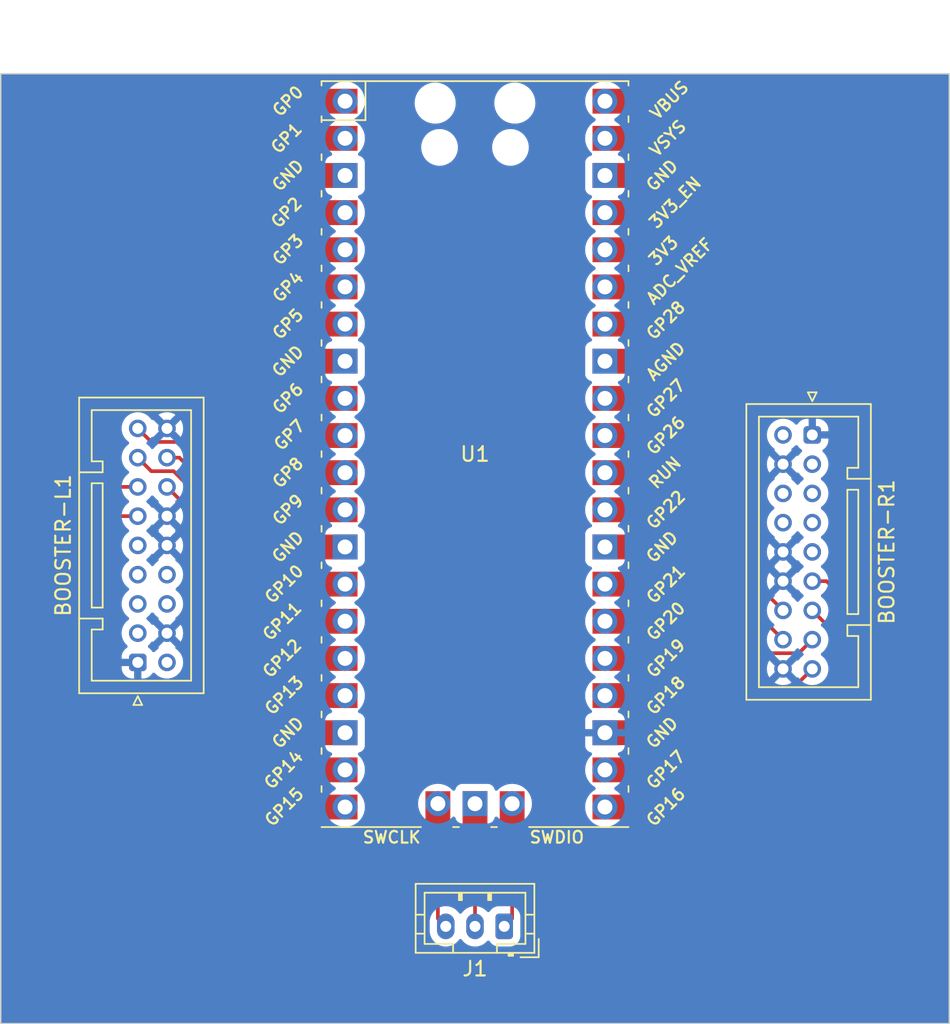
<source format=kicad_pcb>
(kicad_pcb (version 20221018) (generator pcbnew)
  (layers (0 "F.Cu" signal) (31 "B.Cu" signal) (34 "B.Paste" user) (35 "F.Paste" user) (36 "B.SilkS" user "B.Silkscreen") (37 "F.SilkS" user "F.Silkscreen") (38 "B.Mask" user) (39 "F.Mask" user) (44 "Edge.Cuts" user))
  (net 0 "")
  (net 23 "+5V")
  (net 24 "GND")
  (net 25 "BOOSTER_L_DIR_4")
  (net 26 "BOOSTER_L_DIR_2")
  (net 27 "BOOSTER_L_DIR_3")
  (net 28 "BOOSTER_L_DIR_1")
  (net 31 "BOOSTER_L_BTN_LED")
  (net 32 "BOOSTER_L_BTN")
  (net 33 "BOOSTER_L_SDA+")
  (net 34 "BOOSTER_L_SDA-")
  (net 35 "BOOSTER_L_SCL-")
  (net 36 "BOOSTER_L_SCL+")
  (net 38 "BOOSTER_R_SDA+")
  (net 39 "BOOSTER_R_SDA-")
  (net 40 "BOOSTER_R_SCL-")
  (net 41 "BOOSTER_R_SCL+")
  (net 43 "BOOSTER_R_BTN")
  (net 44 "BOOSTER_R_BTN_LED")
  (net 45 "BOOSTER_R_DIR_4")
  (net 46 "BOOSTER_R_DIR_2")
  (net 47 "BOOSTER_R_DIR_3")
  (net 48 "BOOSTER_R_DIR_1")
  (net 49 "DBG_SWDIO")
  (net 50 "DBG_GND")
  (net 51 "DBG_SWCLK")
  (footprint "MCU_RaspberryPi_and_Boards:RPi_Pico_SMD_TH" (layer "F.Cu") (at 122.5 111.06)
    (fp_text reference "U1" (at 0 0) (layer "F.SilkS"))
    (fp_text value "RP2040")
    (fp_text user "GP18" (at 13.054 16.51 45) (layer "F.SilkS") (effects (font (size 0.8 0.8))))
    (fp_text user "GP9" (at -12.8 3.81 45) (layer "F.SilkS") (effects (font (size 0.8 0.8))))
    (fp_text user "GP1" (at -12.9 -21.6 45) (layer "F.SilkS") (effects (font (size 0.8 0.8))))
    (fp_text user "GP10" (at -13.054 8.89 45) (layer "F.SilkS") (effects (font (size 0.8 0.8))))
    (fp_text user "GP22" (at 13.054 3.81 45) (layer "F.SilkS") (effects (font (size 0.8 0.8))))
    (fp_text user "RUN" (at 13 1.27 45) (layer "F.SilkS") (effects (font (size 0.8 0.8))))
    (fp_text user "GP5" (at -12.8 -8.89 45) (layer "F.SilkS") (effects (font (size 0.8 0.8))))
    (fp_text user "GND" (at 12.8 19.05 45) (layer "F.SilkS") (effects (font (size 0.8 0.8))))
    (fp_text user "SWDIO" (at 5.6 26.2) (layer "F.SilkS") (effects (font (size 0.8 0.8))))
    (fp_text user "GP26" (at 13.054 -1.27 45) (layer "F.SilkS") (effects (font (size 0.8 0.8))))
    (fp_text user "GP17" (at 13.054 21.59 45) (layer "F.SilkS") (effects (font (size 0.8 0.8))))
    (fp_text user "3V3" (at 12.9 -13.9 45) (layer "F.SilkS") (effects (font (size 0.8 0.8))))
    (fp_text user "GP15" (at -13.054 24.13 45) (layer "F.SilkS") (effects (font (size 0.8 0.8))))
    (fp_text user "GND" (at 12.8 6.35 45) (layer "F.SilkS") (effects (font (size 0.8 0.8))))
    (fp_text user "GP27" (at 13.054 -3.8 45) (layer "F.SilkS") (effects (font (size 0.8 0.8))))
    (fp_text user "GP3" (at -12.8 -13.97 45) (layer "F.SilkS") (effects (font (size 0.8 0.8))))
    (fp_text user "3V3_EN" (at 13.7 -17.2 45) (layer "F.SilkS") (effects (font (size 0.8 0.8))))
    (fp_text user "SWCLK" (at -5.7 26.2) (layer "F.SilkS") (effects (font (size 0.8 0.8))))
    (fp_text user "GP19" (at 13.054 13.97 45) (layer "F.SilkS") (effects (font (size 0.8 0.8))))
    (fp_text user "GP14" (at -13.1 21.59 45) (layer "F.SilkS") (effects (font (size 0.8 0.8))))
    (fp_text user "AGND" (at 13.054 -6.35 45) (layer "F.SilkS") (effects (font (size 0.8 0.8))))
    (fp_text user "GP4" (at -12.8 -11.43 45) (layer "F.SilkS") (effects (font (size 0.8 0.8))))
    (fp_text user "GND" (at -12.8 -19.05 45) (layer "F.SilkS") (effects (font (size 0.8 0.8))))
    (fp_text user "GP16" (at 13.054 24.13 45) (layer "F.SilkS") (effects (font (size 0.8 0.8))))
    (fp_text user "GP2" (at -12.9 -16.51 45) (layer "F.SilkS") (effects (font (size 0.8 0.8))))
    (fp_text user "VBUS" (at 13.3 -24.2 45) (layer "F.SilkS") (effects (font (size 0.8 0.8))))
    (fp_text user "GND" (at -12.8 6.35 45) (layer "F.SilkS") (effects (font (size 0.8 0.8))))
    (fp_text user "GND" (at 12.8 -19.05 45) (layer "F.SilkS") (effects (font (size 0.8 0.8))))
    (fp_text user "GP7" (at -12.7 -1.3 45) (layer "F.SilkS") (effects (font (size 0.8 0.8))))
    (fp_text user "GND" (at -12.8 19.05 45) (layer "F.SilkS") (effects (font (size 0.8 0.8))))
    (fp_text user "GP0" (at -12.8 -24.13 45) (layer "F.SilkS") (effects (font (size 0.8 0.8))))
    (fp_text user "GP6" (at -12.8 -3.81 45) (layer "F.SilkS") (effects (font (size 0.8 0.8))))
    (fp_text user "GP28" (at 13.054 -9.144 45) (layer "F.SilkS") (effects (font (size 0.8 0.8))))
    (fp_text user "GP11" (at -13.2 11.43 45) (layer "F.SilkS") (effects (font (size 0.8 0.8))))
    (fp_text user "GP12" (at -13.2 13.97 45) (layer "F.SilkS") (effects (font (size 0.8 0.8))))
    (fp_text user "VSYS" (at 13.2 -21.59 45) (layer "F.SilkS") (effects (font (size 0.8 0.8))))
    (fp_text user "GP20" (at 13.054 11.43 45) (layer "F.SilkS") (effects (font (size 0.8 0.8))))
    (fp_text user "GND" (at -12.8 -6.35 45) (layer "F.SilkS") (effects (font (size 0.8 0.8))))
    (fp_text user "ADC_VREF" (at 14 -12.5 45) (layer "F.SilkS") (effects (font (size 0.8 0.8))))
    (fp_text user "GP8" (at -12.8 1.27 45) (layer "F.SilkS") (effects (font (size 0.8 0.8))))
    (fp_text user "GP13" (at -13.054 16.51 45) (layer "F.SilkS") (effects (font (size 0.8 0.8))))
    (fp_text user "GP21" (at 13.054 8.9 45) (layer "F.SilkS") (effects (font (size 0.8 0.8))))
    (fp_line (start -10.5 -25.5) (end -10.5 -25.2) (stroke (width 0.12)) (layer "F.SilkS"))
    (fp_line (start -10.5 -25.5) (end 10.5 -25.5) (stroke (width 0.12)) (layer "F.SilkS"))
    (fp_line (start -10.5 -23.1) (end -10.5 -22.7) (stroke (width 0.12)) (layer "F.SilkS"))
    (fp_line (start -10.5 -22.833) (end -7.493 -22.833) (stroke (width 0.12)) (layer "F.SilkS"))
    (fp_line (start -10.5 -20.5) (end -10.5 -20.1) (stroke (width 0.12)) (layer "F.SilkS"))
    (fp_line (start -10.5 -18) (end -10.5 -17.6) (stroke (width 0.12)) (layer "F.SilkS"))
    (fp_line (start -10.5 -15.4) (end -10.5 -15) (stroke (width 0.12)) (layer "F.SilkS"))
    (fp_line (start -10.5 -12.9) (end -10.5 -12.5) (stroke (width 0.12)) (layer "F.SilkS"))
    (fp_line (start -10.5 -10.4) (end -10.5 -10) (stroke (width 0.12)) (layer "F.SilkS"))
    (fp_line (start -10.5 -7.8) (end -10.5 -7.4) (stroke (width 0.12)) (layer "F.SilkS"))
    (fp_line (start -10.5 -5.3) (end -10.5 -4.9) (stroke (width 0.12)) (layer "F.SilkS"))
    (fp_line (start -10.5 -2.7) (end -10.5 -2.3) (stroke (width 0.12)) (layer "F.SilkS"))
    (fp_line (start -10.5 -0.2) (end -10.5 0.2) (stroke (width 0.12)) (layer "F.SilkS"))
    (fp_line (start -10.5 2.3) (end -10.5 2.7) (stroke (width 0.12)) (layer "F.SilkS"))
    (fp_line (start -10.5 4.9) (end -10.5 5.3) (stroke (width 0.12)) (layer "F.SilkS"))
    (fp_line (start -10.5 7.4) (end -10.5 7.8) (stroke (width 0.12)) (layer "F.SilkS"))
    (fp_line (start -10.5 10) (end -10.5 10.4) (stroke (width 0.12)) (layer "F.SilkS"))
    (fp_line (start -10.5 12.5) (end -10.5 12.9) (stroke (width 0.12)) (layer "F.SilkS"))
    (fp_line (start -10.5 15.1) (end -10.5 15.5) (stroke (width 0.12)) (layer "F.SilkS"))
    (fp_line (start -10.5 17.6) (end -10.5 18) (stroke (width 0.12)) (layer "F.SilkS"))
    (fp_line (start -10.5 20.1) (end -10.5 20.5) (stroke (width 0.12)) (layer "F.SilkS"))
    (fp_line (start -10.5 22.7) (end -10.5 23.1) (stroke (width 0.12)) (layer "F.SilkS"))
    (fp_line (start -7.493 -22.833) (end -7.493 -25.5) (stroke (width 0.12)) (layer "F.SilkS"))
    (fp_line (start -3.7 25.5) (end -10.5 25.5) (stroke (width 0.12)) (layer "F.SilkS"))
    (fp_line (start -1.5 25.5) (end -1.1 25.5) (stroke (width 0.12)) (layer "F.SilkS"))
    (fp_line (start 1.1 25.5) (end 1.5 25.5) (stroke (width 0.12)) (layer "F.SilkS"))
    (fp_line (start 10.5 -25.5) (end 10.5 -25.2) (stroke (width 0.12)) (layer "F.SilkS"))
    (fp_line (start 10.5 -23.1) (end 10.5 -22.7) (stroke (width 0.12)) (layer "F.SilkS"))
    (fp_line (start 10.5 -20.5) (end 10.5 -20.1) (stroke (width 0.12)) (layer "F.SilkS"))
    (fp_line (start 10.5 -18) (end 10.5 -17.6) (stroke (width 0.12)) (layer "F.SilkS"))
    (fp_line (start 10.5 -15.4) (end 10.5 -15) (stroke (width 0.12)) (layer "F.SilkS"))
    (fp_line (start 10.5 -12.9) (end 10.5 -12.5) (stroke (width 0.12)) (layer "F.SilkS"))
    (fp_line (start 10.5 -10.4) (end 10.5 -10) (stroke (width 0.12)) (layer "F.SilkS"))
    (fp_line (start 10.5 -7.8) (end 10.5 -7.4) (stroke (width 0.12)) (layer "F.SilkS"))
    (fp_line (start 10.5 -5.3) (end 10.5 -4.9) (stroke (width 0.12)) (layer "F.SilkS"))
    (fp_line (start 10.5 -2.7) (end 10.5 -2.3) (stroke (width 0.12)) (layer "F.SilkS"))
    (fp_line (start 10.5 -0.2) (end 10.5 0.2) (stroke (width 0.12)) (layer "F.SilkS"))
    (fp_line (start 10.5 2.3) (end 10.5 2.7) (stroke (width 0.12)) (layer "F.SilkS"))
    (fp_line (start 10.5 4.9) (end 10.5 5.3) (stroke (width 0.12)) (layer "F.SilkS"))
    (fp_line (start 10.5 7.4) (end 10.5 7.8) (stroke (width 0.12)) (layer "F.SilkS"))
    (fp_line (start 10.5 10) (end 10.5 10.4) (stroke (width 0.12)) (layer "F.SilkS"))
    (fp_line (start 10.5 12.5) (end 10.5 12.9) (stroke (width 0.12)) (layer "F.SilkS"))
    (fp_line (start 10.5 15.1) (end 10.5 15.5) (stroke (width 0.12)) (layer "F.SilkS"))
    (fp_line (start 10.5 17.6) (end 10.5 18) (stroke (width 0.12)) (layer "F.SilkS"))
    (fp_line (start 10.5 20.1) (end 10.5 20.5) (stroke (width 0.12)) (layer "F.SilkS"))
    (fp_line (start 10.5 22.7) (end 10.5 23.1) (stroke (width 0.12)) (layer "F.SilkS"))
    (fp_line (start 10.5 25.5) (end 3.7 25.5) (stroke (width 0.12)) (layer "F.SilkS"))
    (pad "" np_thru_hole oval locked (at -2.725 -24) (size 1.8 1.8) (drill 1.8) (layers "*.Cu" "*.Mask"))
    (pad "" np_thru_hole oval locked (at -2.425 -20.97) (size 1.5 1.5) (drill 1.5) (layers "*.Cu" "*.Mask"))
    (pad "" np_thru_hole oval locked (at 2.425 -20.97) (size 1.5 1.5) (drill 1.5) (layers "*.Cu" "*.Mask"))
    (pad "" np_thru_hole oval locked (at 2.725 -24) (size 1.8 1.8) (drill 1.8) (layers "*.Cu" "*.Mask"))
    (pad "1" thru_hole oval locked (at -8.89 -24.13) (size 1.7 1.7) (drill 1.02) (layers "*.Cu" "*.Mask"))
    (pad "1" smd rect locked (at -8.89 -24.13) (size 3.5 1.7) (drill (offset -0.9 0)) (layers "F.Cu" "F.Mask"))
    (pad "2" thru_hole oval locked (at -8.89 -21.59) (size 1.7 1.7) (drill 1.02) (layers "*.Cu" "*.Mask"))
    (pad "2" smd rect locked (at -8.89 -21.59) (size 3.5 1.7) (drill (offset -0.9 0)) (layers "F.Cu" "F.Mask"))
    (pad "3" thru_hole rect locked (at -8.89 -19.05) (size 1.7 1.7) (drill 1.02) (layers "*.Cu" "*.Mask"))
    (pad "3" smd rect locked (at -8.89 -19.05) (size 3.5 1.7) (drill (offset -0.9 0)) (layers "F.Cu" "F.Mask"))
    (pad "4" thru_hole oval locked (at -8.89 -16.51) (size 1.7 1.7) (drill 1.02) (layers "*.Cu" "*.Mask"))
    (pad "4" smd rect locked (at -8.89 -16.51) (size 3.5 1.7) (drill (offset -0.9 0)) (layers "F.Cu" "F.Mask"))
    (pad "5" thru_hole oval locked (at -8.89 -13.97) (size 1.7 1.7) (drill 1.02) (layers "*.Cu" "*.Mask"))
    (pad "5" smd rect locked (at -8.89 -13.97) (size 3.5 1.7) (drill (offset -0.9 0)) (layers "F.Cu" "F.Mask"))
    (pad "6" thru_hole oval locked (at -8.89 -11.43) (size 1.7 1.7) (drill 1.02) (layers "*.Cu" "*.Mask"))
    (pad "6" smd rect locked (at -8.89 -11.43) (size 3.5 1.7) (drill (offset -0.9 0)) (layers "F.Cu" "F.Mask"))
    (pad "7" thru_hole oval locked (at -8.89 -8.89) (size 1.7 1.7) (drill 1.02) (layers "*.Cu" "*.Mask"))
    (pad "7" smd rect locked (at -8.89 -8.89) (size 3.5 1.7) (drill (offset -0.9 0)) (layers "F.Cu" "F.Mask"))
    (pad "8" thru_hole rect locked (at -8.89 -6.35) (size 1.7 1.7) (drill 1.02) (layers "*.Cu" "*.Mask"))
    (pad "8" smd rect locked (at -8.89 -6.35) (size 3.5 1.7) (drill (offset -0.9 0)) (layers "F.Cu" "F.Mask"))
    (pad "9" thru_hole oval locked (at -8.89 -3.81) (size 1.7 1.7) (drill 1.02) (layers "*.Cu" "*.Mask"))
    (pad "9" smd rect locked (at -8.89 -3.81) (size 3.5 1.7) (drill (offset -0.9 0)) (layers "F.Cu" "F.Mask"))
    (pad "10" thru_hole oval locked (at -8.89 -1.27) (size 1.7 1.7) (drill 1.02) (layers "*.Cu" "*.Mask"))
    (pad "10" smd rect locked (at -8.89 -1.27) (size 3.5 1.7) (drill (offset -0.9 0)) (layers "F.Cu" "F.Mask"))
    (pad "11" thru_hole oval locked (at -8.89 1.27) (size 1.7 1.7) (drill 1.02) (layers "*.Cu" "*.Mask"))
    (pad "11" smd rect locked (at -8.89 1.27) (size 3.5 1.7) (drill (offset -0.9 0)) (layers "F.Cu" "F.Mask"))
    (pad "12" thru_hole oval locked (at -8.89 3.81) (size 1.7 1.7) (drill 1.02) (layers "*.Cu" "*.Mask"))
    (pad "12" smd rect locked (at -8.89 3.81) (size 3.5 1.7) (drill (offset -0.9 0)) (layers "F.Cu" "F.Mask"))
    (pad "13" thru_hole rect locked (at -8.89 6.35) (size 1.7 1.7) (drill 1.02) (layers "*.Cu" "*.Mask"))
    (pad "13" smd rect locked (at -8.89 6.35) (size 3.5 1.7) (drill (offset -0.9 0)) (layers "F.Cu" "F.Mask"))
    (pad "14" thru_hole oval locked (at -8.89 8.89) (size 1.7 1.7) (drill 1.02) (layers "*.Cu" "*.Mask") (net 28 "BOOSTER_L_DIR_1"))
    (pad "14" smd rect locked (at -8.89 8.89) (size 3.5 1.7) (drill (offset -0.9 0)) (layers "F.Cu" "F.Mask") (net 28 "BOOSTER_L_DIR_1"))
    (pad "15" thru_hole oval locked (at -8.89 11.43) (size 1.7 1.7) (drill 1.02) (layers "*.Cu" "*.Mask") (net 27 "BOOSTER_L_DIR_3"))
    (pad "15" smd rect locked (at -8.89 11.43) (size 3.5 1.7) (drill (offset -0.9 0)) (layers "F.Cu" "F.Mask") (net 27 "BOOSTER_L_DIR_3"))
    (pad "16" thru_hole oval locked (at -8.89 13.97) (size 1.7 1.7) (drill 1.02) (layers "*.Cu" "*.Mask") (net 26 "BOOSTER_L_DIR_2"))
    (pad "16" smd rect locked (at -8.89 13.97) (size 3.5 1.7) (drill (offset -0.9 0)) (layers "F.Cu" "F.Mask") (net 26 "BOOSTER_L_DIR_2"))
    (pad "17" thru_hole oval locked (at -8.89 16.51) (size 1.7 1.7) (drill 1.02) (layers "*.Cu" "*.Mask") (net 25 "BOOSTER_L_DIR_4"))
    (pad "17" smd rect locked (at -8.89 16.51) (size 3.5 1.7) (drill (offset -0.9 0)) (layers "F.Cu" "F.Mask") (net 25 "BOOSTER_L_DIR_4"))
    (pad "18" thru_hole rect locked (at -8.89 19.05) (size 1.7 1.7) (drill 1.02) (layers "*.Cu" "*.Mask"))
    (pad "18" smd rect locked (at -8.89 19.05) (size 3.5 1.7) (drill (offset -0.9 0)) (layers "F.Cu" "F.Mask"))
    (pad "19" thru_hole oval locked (at -8.89 21.59) (size 1.7 1.7) (drill 1.02) (layers "*.Cu" "*.Mask") (net 32 "BOOSTER_L_BTN"))
    (pad "19" smd rect locked (at -8.89 21.59) (size 3.5 1.7) (drill (offset -0.9 0)) (layers "F.Cu" "F.Mask") (net 32 "BOOSTER_L_BTN"))
    (pad "20" thru_hole oval locked (at -8.89 24.13) (size 1.7 1.7) (drill 1.02) (layers "*.Cu" "*.Mask") (net 31 "BOOSTER_L_BTN_LED"))
    (pad "20" smd rect locked (at -8.89 24.13) (size 3.5 1.7) (drill (offset -0.9 0)) (layers "F.Cu" "F.Mask") (net 31 "BOOSTER_L_BTN_LED"))
    (pad "21" thru_hole oval locked (at 8.89 24.13) (size 1.7 1.7) (drill 1.02) (layers "*.Cu" "*.Mask") (net 43 "BOOSTER_R_BTN"))
    (pad "21" smd rect locked (at 8.89 24.13) (size 3.5 1.7) (drill (offset 0.9 0)) (layers "F.Cu" "F.Mask") (net 43 "BOOSTER_R_BTN"))
    (pad "22" thru_hole oval locked (at 8.89 21.59) (size 1.7 1.7) (drill 1.02) (layers "*.Cu" "*.Mask") (net 44 "BOOSTER_R_BTN_LED"))
    (pad "22" smd rect locked (at 8.89 21.59) (size 3.5 1.7) (drill (offset 0.9 0)) (layers "F.Cu" "F.Mask") (net 44 "BOOSTER_R_BTN_LED"))
    (pad "23" thru_hole rect locked (at 8.89 19.05) (size 1.7 1.7) (drill 1.02) (layers "*.Cu" "*.Mask") (net 24 "GND"))
    (pad "23" smd rect locked (at 8.89 19.05) (size 3.5 1.7) (drill (offset 0.9 0)) (layers "F.Cu" "F.Mask") (net 24 "GND"))
    (pad "24" thru_hole oval locked (at 8.89 16.51) (size 1.7 1.7) (drill 1.02) (layers "*.Cu" "*.Mask") (net 48 "BOOSTER_R_DIR_1"))
    (pad "24" smd rect locked (at 8.89 16.51) (size 3.5 1.7) (drill (offset 0.9 0)) (layers "F.Cu" "F.Mask") (net 48 "BOOSTER_R_DIR_1"))
    (pad "25" thru_hole oval locked (at 8.89 13.97) (size 1.7 1.7) (drill 1.02) (layers "*.Cu" "*.Mask") (net 46 "BOOSTER_R_DIR_2"))
    (pad "25" smd rect locked (at 8.89 13.97) (size 3.5 1.7) (drill (offset 0.9 0)) (layers "F.Cu" "F.Mask") (net 46 "BOOSTER_R_DIR_2"))
    (pad "26" thru_hole oval locked (at 8.89 11.43) (size 1.7 1.7) (drill 1.02) (layers "*.Cu" "*.Mask") (net 47 "BOOSTER_R_DIR_3"))
    (pad "26" smd rect locked (at 8.89 11.43) (size 3.5 1.7) (drill (offset 0.9 0)) (layers "F.Cu" "F.Mask") (net 47 "BOOSTER_R_DIR_3"))
    (pad "27" thru_hole oval locked (at 8.89 8.89) (size 1.7 1.7) (drill 1.02) (layers "*.Cu" "*.Mask") (net 45 "BOOSTER_R_DIR_4"))
    (pad "27" smd rect locked (at 8.89 8.89) (size 3.5 1.7) (drill (offset 0.9 0)) (layers "F.Cu" "F.Mask") (net 45 "BOOSTER_R_DIR_4"))
    (pad "28" thru_hole rect locked (at 8.89 6.35) (size 1.7 1.7) (drill 1.02) (layers "*.Cu" "*.Mask"))
    (pad "28" smd rect locked (at 8.89 6.35) (size 3.5 1.7) (drill (offset 0.9 0)) (layers "F.Cu" "F.Mask"))
    (pad "29" thru_hole oval locked (at 8.89 3.81) (size 1.7 1.7) (drill 1.02) (layers "*.Cu" "*.Mask"))
    (pad "29" smd rect locked (at 8.89 3.81) (size 3.5 1.7) (drill (offset 0.9 0)) (layers "F.Cu" "F.Mask"))
    (pad "30" thru_hole oval locked (at 8.89 1.27) (size 1.7 1.7) (drill 1.02) (layers "*.Cu" "*.Mask"))
    (pad "30" smd rect locked (at 8.89 1.27) (size 3.5 1.7) (drill (offset 0.9 0)) (layers "F.Cu" "F.Mask"))
    (pad "31" thru_hole oval locked (at 8.89 -1.27) (size 1.7 1.7) (drill 1.02) (layers "*.Cu" "*.Mask"))
    (pad "31" smd rect locked (at 8.89 -1.27) (size 3.5 1.7) (drill (offset 0.9 0)) (layers "F.Cu" "F.Mask"))
    (pad "32" thru_hole oval locked (at 8.89 -3.81) (size 1.7 1.7) (drill 1.02) (layers "*.Cu" "*.Mask"))
    (pad "32" smd rect locked (at 8.89 -3.81) (size 3.5 1.7) (drill (offset 0.9 0)) (layers "F.Cu" "F.Mask"))
    (pad "33" thru_hole rect locked (at 8.89 -6.35) (size 1.7 1.7) (drill 1.02) (layers "*.Cu" "*.Mask"))
    (pad "33" smd rect locked (at 8.89 -6.35) (size 3.5 1.7) (drill (offset 0.9 0)) (layers "F.Cu" "F.Mask"))
    (pad "34" thru_hole oval locked (at 8.89 -8.89) (size 1.7 1.7) (drill 1.02) (layers "*.Cu" "*.Mask"))
    (pad "34" smd rect locked (at 8.89 -8.89) (size 3.5 1.7) (drill (offset 0.9 0)) (layers "F.Cu" "F.Mask"))
    (pad "35" thru_hole oval locked (at 8.89 -11.43) (size 1.7 1.7) (drill 1.02) (layers "*.Cu" "*.Mask"))
    (pad "35" smd rect locked (at 8.89 -11.43) (size 3.5 1.7) (drill (offset 0.9 0)) (layers "F.Cu" "F.Mask"))
    (pad "36" thru_hole oval locked (at 8.89 -13.97) (size 1.7 1.7) (drill 1.02) (layers "*.Cu" "*.Mask"))
    (pad "36" smd rect locked (at 8.89 -13.97) (size 3.5 1.7) (drill (offset 0.9 0)) (layers "F.Cu" "F.Mask"))
    (pad "37" thru_hole oval locked (at 8.89 -16.51) (size 1.7 1.7) (drill 1.02) (layers "*.Cu" "*.Mask"))
    (pad "37" smd rect locked (at 8.89 -16.51) (size 3.5 1.7) (drill (offset 0.9 0)) (layers "F.Cu" "F.Mask"))
    (pad "38" thru_hole rect locked (at 8.89 -19.05) (size 1.7 1.7) (drill 1.02) (layers "*.Cu" "*.Mask"))
    (pad "38" smd rect locked (at 8.89 -19.05) (size 3.5 1.7) (drill (offset 0.9 0)) (layers "F.Cu" "F.Mask"))
    (pad "39" thru_hole oval locked (at 8.89 -21.59) (size 1.7 1.7) (drill 1.02) (layers "*.Cu" "*.Mask"))
    (pad "39" smd rect locked (at 8.89 -21.59) (size 3.5 1.7) (drill (offset 0.9 0)) (layers "F.Cu" "F.Mask"))
    (pad "40" thru_hole oval locked (at 8.89 -24.13) (size 1.7 1.7) (drill 1.02) (layers "*.Cu" "*.Mask") (net 23 "+5V"))
    (pad "40" smd rect locked (at 8.89 -24.13) (size 3.5 1.7) (drill (offset 0.9 0)) (layers "F.Cu" "F.Mask") (net 23 "+5V"))
    (pad "41" thru_hole oval locked (at -2.54 23.9) (size 1.7 1.7) (drill 1.02) (layers "*.Cu" "*.Mask") (net 49 "DBG_SWDIO"))
    (pad "41" smd rect locked (at -2.54 23.9 90) (size 3.5 1.7) (drill (offset -0.9 0)) (layers "F.Cu" "F.Mask") (net 49 "DBG_SWDIO"))
    (pad "42" thru_hole rect locked (at 0 23.9) (size 1.7 1.7) (drill 1.02) (layers "*.Cu" "*.Mask") (net 50 "DBG_GND"))
    (pad "42" smd rect locked (at 0 23.9 90) (size 3.5 1.7) (drill (offset -0.9 0)) (layers "F.Cu" "F.Mask") (net 50 "DBG_GND"))
    (pad "43" thru_hole oval locked (at 2.54 23.9) (size 1.7 1.7) (drill 1.02) (layers "*.Cu" "*.Mask") (net 51 "DBG_SWCLK"))
    (pad "43" smd rect locked (at 2.54 23.9 90) (size 3.5 1.7) (drill (offset -0.9 0)) (layers "F.Cu" "F.Mask") (net 51 "DBG_SWCLK"))
  )
  (footprint "Connector_JST:JST_PUD_B18B-PUDSS_2x09_P2.00mm_Vertical" (layer "F.Cu") (at 145.575 109.7475 -90)
    (fp_text reference "BOOSTER-R1" (at 8 -5.1 90) (layer "F.SilkS"))
    (fp_text value "Conn_02x09_Odd_Even")
    (fp_line (start -2.91 -0.3) (end -2.31 0) (stroke (width 0.12)) (layer "F.SilkS"))
    (fp_line (start -2.91 0.3) (end -2.91 -0.3) (stroke (width 0.12)) (layer "F.SilkS"))
    (fp_line (start -2.31 0) (end -2.91 0.3) (stroke (width 0.12)) (layer "F.SilkS"))
    (fp_line (start -2.11 -4.01) (end -2.11 4.51) (stroke (width 0.12)) (layer "F.SilkS"))
    (fp_line (start -2.11 4.51) (end 18.11 4.51) (stroke (width 0.12)) (layer "F.SilkS"))
    (fp_line (start -1.25 -3.15) (end -1.25 3.65) (stroke (width 0.12)) (layer "F.SilkS"))
    (fp_line (start -1.25 3.65) (end 8 3.65) (stroke (width 0.12)) (layer "F.SilkS"))
    (fp_line (start 2.25 -3.15) (end -1.25 -3.15) (stroke (width 0.12)) (layer "F.SilkS"))
    (fp_line (start 2.25 -2.4) (end 2.25 -3.15) (stroke (width 0.12)) (layer "F.SilkS"))
    (fp_line (start 3 -4.01) (end 3 -2.4) (stroke (width 0.12)) (layer "F.SilkS"))
    (fp_line (start 3 -2.4) (end 2.25 -2.4) (stroke (width 0.12)) (layer "F.SilkS"))
    (fp_line (start 3.75 -3.15) (end 3.75 -2.4) (stroke (width 0.12)) (layer "F.SilkS"))
    (fp_line (start 3.75 -2.4) (end 12.25 -2.4) (stroke (width 0.12)) (layer "F.SilkS"))
    (fp_line (start 12.25 -3.15) (end 3.75 -3.15) (stroke (width 0.12)) (layer "F.SilkS"))
    (fp_line (start 12.25 -2.4) (end 12.25 -3.15) (stroke (width 0.12)) (layer "F.SilkS"))
    (fp_line (start 13 -4.01) (end 13 -2.4) (stroke (width 0.12)) (layer "F.SilkS"))
    (fp_line (start 13 -2.4) (end 13.75 -2.4) (stroke (width 0.12)) (layer "F.SilkS"))
    (fp_line (start 13.75 -3.15) (end 17.25 -3.15) (stroke (width 0.12)) (layer "F.SilkS"))
    (fp_line (start 13.75 -2.4) (end 13.75 -3.15) (stroke (width 0.12)) (layer "F.SilkS"))
    (fp_line (start 17.25 -3.15) (end 17.25 3.65) (stroke (width 0.12)) (layer "F.SilkS"))
    (fp_line (start 17.25 3.65) (end 8 3.65) (stroke (width 0.12)) (layer "F.SilkS"))
    (fp_line (start 18.11 -4.01) (end -2.11 -4.01) (stroke (width 0.12)) (layer "F.SilkS"))
    (fp_line (start 18.11 4.51) (end 18.11 -4.01) (stroke (width 0.12)) (layer "F.SilkS"))
    (pad "1" thru_hole roundrect (at 0 0 270) (size 1.2 1.2) (drill 0.75) (layers "*.Cu" "*.Mask") (roundrect_rratio 0.208333) (net 24 "GND"))
    (pad "2" thru_hole circle (at 0 2 270) (size 1.2 1.2) (drill 0.75) (layers "*.Cu" "*.Mask") (net 23 "+5V"))
    (pad "3" thru_hole circle (at 2 0 270) (size 1.2 1.2) (drill 0.75) (layers "*.Cu" "*.Mask"))
    (pad "4" thru_hole circle (at 2 2 270) (size 1.2 1.2) (drill 0.75) (layers "*.Cu" "*.Mask") (net 24 "GND"))
    (pad "5" thru_hole circle (at 4 0 270) (size 1.2 1.2) (drill 0.75) (layers "*.Cu" "*.Mask") (net 38 "BOOSTER_R_SDA+"))
    (pad "6" thru_hole circle (at 4 2 270) (size 1.2 1.2) (drill 0.75) (layers "*.Cu" "*.Mask") (net 39 "BOOSTER_R_SDA-"))
    (pad "7" thru_hole circle (at 6 0 270) (size 1.2 1.2) (drill 0.75) (layers "*.Cu" "*.Mask") (net 40 "BOOSTER_R_SCL-"))
    (pad "8" thru_hole circle (at 6 2 270) (size 1.2 1.2) (drill 0.75) (layers "*.Cu" "*.Mask") (net 41 "BOOSTER_R_SCL+"))
    (pad "9" thru_hole circle (at 8 0 270) (size 1.2 1.2) (drill 0.75) (layers "*.Cu" "*.Mask"))
    (pad "10" thru_hole circle (at 8 2 270) (size 1.2 1.2) (drill 0.75) (layers "*.Cu" "*.Mask") (net 24 "GND"))
    (pad "11" thru_hole circle (at 10 0 270) (size 1.2 1.2) (drill 0.75) (layers "*.Cu" "*.Mask") (net 43 "BOOSTER_R_BTN"))
    (pad "12" thru_hole circle (at 10 2 270) (size 1.2 1.2) (drill 0.75) (layers "*.Cu" "*.Mask") (net 24 "GND"))
    (pad "13" thru_hole circle (at 12 0 270) (size 1.2 1.2) (drill 0.75) (layers "*.Cu" "*.Mask") (net 44 "BOOSTER_R_BTN_LED"))
    (pad "14" thru_hole circle (at 12 2 270) (size 1.2 1.2) (drill 0.75) (layers "*.Cu" "*.Mask") (net 45 "BOOSTER_R_DIR_4"))
    (pad "15" thru_hole circle (at 14 0 270) (size 1.2 1.2) (drill 0.75) (layers "*.Cu" "*.Mask") (net 46 "BOOSTER_R_DIR_2"))
    (pad "16" thru_hole circle (at 14 2 270) (size 1.2 1.2) (drill 0.75) (layers "*.Cu" "*.Mask") (net 47 "BOOSTER_R_DIR_3"))
    (pad "17" thru_hole circle (at 16 0 270) (size 1.2 1.2) (drill 0.75) (layers "*.Cu" "*.Mask") (net 48 "BOOSTER_R_DIR_1"))
    (pad "18" thru_hole circle (at 16 2 270) (size 1.2 1.2) (drill 0.75) (layers "*.Cu" "*.Mask") (net 24 "GND"))
  )
  (footprint "Connector_JST:JST_PUD_B18B-PUDSS_2x09_P2.00mm_Vertical" (layer "F.Cu") (at 99.425 125.3025 90)
    (fp_text reference "BOOSTER-L1" (at 8 -5.1 90) (layer "F.SilkS"))
    (fp_text value "Conn_02x09_Odd_Even")
    (fp_line (start -2.91 -0.3) (end -2.31 0) (stroke (width 0.12)) (layer "F.SilkS"))
    (fp_line (start -2.91 0.3) (end -2.91 -0.3) (stroke (width 0.12)) (layer "F.SilkS"))
    (fp_line (start -2.31 0) (end -2.91 0.3) (stroke (width 0.12)) (layer "F.SilkS"))
    (fp_line (start -2.11 -4.01) (end -2.11 4.51) (stroke (width 0.12)) (layer "F.SilkS"))
    (fp_line (start -2.11 4.51) (end 18.11 4.51) (stroke (width 0.12)) (layer "F.SilkS"))
    (fp_line (start -1.25 -3.15) (end -1.25 3.65) (stroke (width 0.12)) (layer "F.SilkS"))
    (fp_line (start -1.25 3.65) (end 8 3.65) (stroke (width 0.12)) (layer "F.SilkS"))
    (fp_line (start 2.25 -3.15) (end -1.25 -3.15) (stroke (width 0.12)) (layer "F.SilkS"))
    (fp_line (start 2.25 -2.4) (end 2.25 -3.15) (stroke (width 0.12)) (layer "F.SilkS"))
    (fp_line (start 3 -4.01) (end 3 -2.4) (stroke (width 0.12)) (layer "F.SilkS"))
    (fp_line (start 3 -2.4) (end 2.25 -2.4) (stroke (width 0.12)) (layer "F.SilkS"))
    (fp_line (start 3.75 -3.15) (end 3.75 -2.4) (stroke (width 0.12)) (layer "F.SilkS"))
    (fp_line (start 3.75 -2.4) (end 12.25 -2.4) (stroke (width 0.12)) (layer "F.SilkS"))
    (fp_line (start 12.25 -3.15) (end 3.75 -3.15) (stroke (width 0.12)) (layer "F.SilkS"))
    (fp_line (start 12.25 -2.4) (end 12.25 -3.15) (stroke (width 0.12)) (layer "F.SilkS"))
    (fp_line (start 13 -4.01) (end 13 -2.4) (stroke (width 0.12)) (layer "F.SilkS"))
    (fp_line (start 13 -2.4) (end 13.75 -2.4) (stroke (width 0.12)) (layer "F.SilkS"))
    (fp_line (start 13.75 -3.15) (end 17.25 -3.15) (stroke (width 0.12)) (layer "F.SilkS"))
    (fp_line (start 13.75 -2.4) (end 13.75 -3.15) (stroke (width 0.12)) (layer "F.SilkS"))
    (fp_line (start 17.25 -3.15) (end 17.25 3.65) (stroke (width 0.12)) (layer "F.SilkS"))
    (fp_line (start 17.25 3.65) (end 8 3.65) (stroke (width 0.12)) (layer "F.SilkS"))
    (fp_line (start 18.11 -4.01) (end -2.11 -4.01) (stroke (width 0.12)) (layer "F.SilkS"))
    (fp_line (start 18.11 4.51) (end 18.11 -4.01) (stroke (width 0.12)) (layer "F.SilkS"))
    (pad "1" thru_hole roundrect (at 0 0 90) (size 1.2 1.2) (drill 0.75) (layers "*.Cu" "*.Mask") (roundrect_rratio 0.208333) (net 24 "GND"))
    (pad "2" thru_hole circle (at 0 2 90) (size 1.2 1.2) (drill 0.75) (layers "*.Cu" "*.Mask") (net 23 "+5V"))
    (pad "3" thru_hole circle (at 2 0 90) (size 1.2 1.2) (drill 0.75) (layers "*.Cu" "*.Mask"))
    (pad "4" thru_hole circle (at 2 2 90) (size 1.2 1.2) (drill 0.75) (layers "*.Cu" "*.Mask") (net 24 "GND"))
    (pad "5" thru_hole circle (at 4 0 90) (size 1.2 1.2) (drill 0.75) (layers "*.Cu" "*.Mask") (net 33 "BOOSTER_L_SDA+"))
    (pad "6" thru_hole circle (at 4 2 90) (size 1.2 1.2) (drill 0.75) (layers "*.Cu" "*.Mask") (net 34 "BOOSTER_L_SDA-"))
    (pad "7" thru_hole circle (at 6 0 90) (size 1.2 1.2) (drill 0.75) (layers "*.Cu" "*.Mask") (net 35 "BOOSTER_L_SCL-"))
    (pad "8" thru_hole circle (at 6 2 90) (size 1.2 1.2) (drill 0.75) (layers "*.Cu" "*.Mask") (net 36 "BOOSTER_L_SCL+"))
    (pad "9" thru_hole circle (at 8 0 90) (size 1.2 1.2) (drill 0.75) (layers "*.Cu" "*.Mask"))
    (pad "10" thru_hole circle (at 8 2 90) (size 1.2 1.2) (drill 0.75) (layers "*.Cu" "*.Mask") (net 24 "GND"))
    (pad "11" thru_hole circle (at 10 0 90) (size 1.2 1.2) (drill 0.75) (layers "*.Cu" "*.Mask") (net 32 "BOOSTER_L_BTN"))
    (pad "12" thru_hole circle (at 10 2 90) (size 1.2 1.2) (drill 0.75) (layers "*.Cu" "*.Mask") (net 24 "GND"))
    (pad "13" thru_hole circle (at 12 0 90) (size 1.2 1.2) (drill 0.75) (layers "*.Cu" "*.Mask") (net 31 "BOOSTER_L_BTN_LED"))
    (pad "14" thru_hole circle (at 12 2 90) (size 1.2 1.2) (drill 0.75) (layers "*.Cu" "*.Mask") (net 25 "BOOSTER_L_DIR_4"))
    (pad "15" thru_hole circle (at 14 0 90) (size 1.2 1.2) (drill 0.75) (layers "*.Cu" "*.Mask") (net 26 "BOOSTER_L_DIR_2"))
    (pad "16" thru_hole circle (at 14 2 90) (size 1.2 1.2) (drill 0.75) (layers "*.Cu" "*.Mask") (net 27 "BOOSTER_L_DIR_3"))
    (pad "17" thru_hole circle (at 16 0 90) (size 1.2 1.2) (drill 0.75) (layers "*.Cu" "*.Mask") (net 28 "BOOSTER_L_DIR_1"))
    (pad "18" thru_hole circle (at 16 2 90) (size 1.2 1.2) (drill 0.75) (layers "*.Cu" "*.Mask") (net 24 "GND"))
  )
  (footprint "Connector_JST:JST_PH_B3B-PH-K_1x03_P2.00mm_Vertical" (layer "F.Cu") (at 124.5 143.35 180)
    (fp_text reference "J1" (at 2 -2.9) (layer "F.SilkS"))
    (fp_text value "Conn_01x03")
    (fp_line (start -2.36 -2.11) (end -2.36 -0.86) (stroke (width 0.12)) (layer "F.SilkS"))
    (fp_line (start -2.06 -1.81) (end -2.06 2.91) (stroke (width 0.12)) (layer "F.SilkS"))
    (fp_line (start -2.06 -0.5) (end -1.45 -0.5) (stroke (width 0.12)) (layer "F.SilkS"))
    (fp_line (start -2.06 0.8) (end -1.45 0.8) (stroke (width 0.12)) (layer "F.SilkS"))
    (fp_line (start -2.06 2.91) (end 6.06 2.91) (stroke (width 0.12)) (layer "F.SilkS"))
    (fp_line (start -1.45 -1.2) (end -1.45 2.3) (stroke (width 0.12)) (layer "F.SilkS"))
    (fp_line (start -1.45 2.3) (end 5.45 2.3) (stroke (width 0.12)) (layer "F.SilkS"))
    (fp_line (start -1.11 -2.11) (end -2.36 -2.11) (stroke (width 0.12)) (layer "F.SilkS"))
    (fp_line (start -0.6 -2.01) (end -0.6 -1.81) (stroke (width 0.12)) (layer "F.SilkS"))
    (fp_line (start -0.3 -2.01) (end -0.6 -2.01) (stroke (width 0.12)) (layer "F.SilkS"))
    (fp_line (start -0.3 -1.91) (end -0.6 -1.91) (stroke (width 0.12)) (layer "F.SilkS"))
    (fp_line (start -0.3 -1.81) (end -0.3 -2.01) (stroke (width 0.12)) (layer "F.SilkS"))
    (fp_line (start 0.5 -1.81) (end 0.5 -1.2) (stroke (width 0.12)) (layer "F.SilkS"))
    (fp_line (start 0.5 -1.2) (end -1.45 -1.2) (stroke (width 0.12)) (layer "F.SilkS"))
    (fp_line (start 0.9 1.8) (end 1.1 1.8) (stroke (width 0.12)) (layer "F.SilkS"))
    (fp_line (start 0.9 2.3) (end 0.9 1.8) (stroke (width 0.12)) (layer "F.SilkS"))
    (fp_line (start 1 2.3) (end 1 1.8) (stroke (width 0.12)) (layer "F.SilkS"))
    (fp_line (start 1.1 1.8) (end 1.1 2.3) (stroke (width 0.12)) (layer "F.SilkS"))
    (fp_line (start 2.9 1.8) (end 3.1 1.8) (stroke (width 0.12)) (layer "F.SilkS"))
    (fp_line (start 2.9 2.3) (end 2.9 1.8) (stroke (width 0.12)) (layer "F.SilkS"))
    (fp_line (start 3 2.3) (end 3 1.8) (stroke (width 0.12)) (layer "F.SilkS"))
    (fp_line (start 3.1 1.8) (end 3.1 2.3) (stroke (width 0.12)) (layer "F.SilkS"))
    (fp_line (start 3.5 -1.2) (end 3.5 -1.81) (stroke (width 0.12)) (layer "F.SilkS"))
    (fp_line (start 5.45 -1.2) (end 3.5 -1.2) (stroke (width 0.12)) (layer "F.SilkS"))
    (fp_line (start 5.45 2.3) (end 5.45 -1.2) (stroke (width 0.12)) (layer "F.SilkS"))
    (fp_line (start 6.06 -1.81) (end -2.06 -1.81) (stroke (width 0.12)) (layer "F.SilkS"))
    (fp_line (start 6.06 -0.5) (end 5.45 -0.5) (stroke (width 0.12)) (layer "F.SilkS"))
    (fp_line (start 6.06 0.8) (end 5.45 0.8) (stroke (width 0.12)) (layer "F.SilkS"))
    (fp_line (start 6.06 2.91) (end 6.06 -1.81) (stroke (width 0.12)) (layer "F.SilkS"))
    (pad "1" thru_hole roundrect locked (at 0 0 180) (size 1.2 1.75) (drill 0.75) (layers "*.Cu" "*.Mask") (roundrect_rratio 0.208333) (net 51 "DBG_SWCLK"))
    (pad "2" thru_hole oval locked (at 2 0 180) (size 1.2 1.75) (drill 0.75) (layers "*.Cu" "*.Mask") (net 50 "DBG_GND"))
    (pad "3" thru_hole oval locked (at 4 0 180) (size 1.2 1.75) (drill 0.75) (layers "*.Cu" "*.Mask") (net 49 "DBG_SWDIO"))
  )
  (gr_rect locked (start 90.05 85.05) (end 154.95 150) (stroke (width 0.1)) (fill none) (layer "Edge.Cuts"))
  (segment (start 101.425 113.3025) (end 103.5 115.3775) (width 0.25) (layer "F.Cu") (net 25))
  (segment (start 103.5 115.3775) (end 103.5 124.2) (width 0.25) (layer "F.Cu") (net 25))
  (segment (start 106.87 127.57) (end 113.61 127.57) (width 0.25) (layer "F.Cu") (net 25))
  (segment (start 103.5 124.2) (end 106.87 127.57) (width 0.25) (layer "F.Cu") (net 25))
  (segment (start 100.35 112.2275) (end 101.8775 112.2275) (width 0.25) (layer "F.Cu") (net 26))
  (segment (start 107.78 125.03) (end 113.61 125.03) (width 0.25) (layer "F.Cu") (net 26))
  (segment (start 99.425 111.3025) (end 100.35 112.2275) (width 0.25) (layer "F.Cu") (net 26))
  (segment (start 105.05 115.4) (end 105.05 122.3) (width 0.25) (layer "F.Cu") (net 26))
  (segment (start 101.8775 112.2275) (end 105.05 115.4) (width 0.25) (layer "F.Cu") (net 26))
  (segment (start 105.05 122.3) (end 107.78 125.03) (width 0.25) (layer "F.Cu") (net 26))
  (segment (start 101.425 111.3025) (end 102.273528 111.3025) (width 0.25) (layer "F.Cu") (net 27))
  (segment (start 106.4 115.428972) (end 106.4 120.45) (width 0.25) (layer "F.Cu") (net 27))
  (segment (start 106.4 120.45) (end 108.44 122.49) (width 0.25) (layer "F.Cu") (net 27))
  (segment (start 102.273528 111.3025) (end 106.4 115.428972) (width 0.25) (layer "F.Cu") (net 27))
  (segment (start 108.44 122.49) (end 113.61 122.49) (width 0.25) (layer "F.Cu") (net 27))
  (segment (start 102.7775 110.2275) (end 108 115.45) (width 0.25) (layer "F.Cu") (net 28))
  (segment (start 109.05 119.95) (end 113.61 119.95) (width 0.25) (layer "F.Cu") (net 28))
  (segment (start 108 118.9) (end 109.05 119.95) (width 0.25) (layer "F.Cu") (net 28))
  (segment (start 99.425 109.3025) (end 100.35 110.2275) (width 0.25) (layer "F.Cu") (net 28))
  (segment (start 108 115.45) (end 108 118.9) (width 0.25) (layer "F.Cu") (net 28))
  (segment (start 100.35 110.2275) (end 102.7775 110.2275) (width 0.25) (layer "F.Cu") (net 28))
  (segment (start 96.1975 113.3025) (end 92.6 116.9) (width 0.25) (layer "F.Cu") (net 31))
  (segment (start 100.79 135.19) (end 113.61 135.19) (width 0.25) (layer "F.Cu") (net 31))
  (segment (start 92.6 116.9) (end 92.6 127) (width 0.25) (layer "F.Cu") (net 31))
  (segment (start 99.425 113.3025) (end 96.1975 113.3025) (width 0.25) (layer "F.Cu") (net 31))
  (segment (start 92.6 127) (end 100.79 135.19) (width 0.25) (layer "F.Cu") (net 31))
  (segment (start 95.2 126.9) (end 100.95 132.65) (width 0.25) (layer "F.Cu") (net 32))
  (segment (start 95.2 117.1) (end 95.2 126.9) (width 0.25) (layer "F.Cu") (net 32))
  (segment (start 96.9975 115.3025) (end 95.2 117.1) (width 0.25) (layer "F.Cu") (net 32))
  (segment (start 100.95 132.65) (end 113.61 132.65) (width 0.25) (layer "F.Cu") (net 32))
  (segment (start 99.425 115.3025) (end 96.9975 115.3025) (width 0.25) (layer "F.Cu") (net 32))
  (segment (start 143.21 135.19) (end 131.39 135.19) (width 0.25) (layer "F.Cu") (net 43))
  (segment (start 145.575 119.7475) (end 146.5475 119.7475) (width 0.25) (layer "F.Cu") (net 43))
  (segment (start 150.35 123.55) (end 150.35 128.05) (width 0.25) (layer "F.Cu") (net 43))
  (segment (start 146.5475 119.7475) (end 150.35 123.55) (width 0.25) (layer "F.Cu") (net 43))
  (segment (start 150.35 128.05) (end 143.21 135.19) (width 0.25) (layer "F.Cu") (net 43))
  (segment (start 143.15 132.65) (end 131.39 132.65) (width 0.25) (layer "F.Cu") (net 44))
  (segment (start 147.65 128.15) (end 143.15 132.65) (width 0.25) (layer "F.Cu") (net 44))
  (segment (start 145.575 121.7475) (end 147.65 123.8225) (width 0.25) (layer "F.Cu") (net 44))
  (segment (start 147.65 123.8225) (end 147.65 128.15) (width 0.25) (layer "F.Cu") (net 44))
  (segment (start 141.7775 119.95) (end 131.39 119.95) (width 0.25) (layer "F.Cu") (net 45))
  (segment (start 143.575 121.7475) (end 141.7775 119.95) (width 0.25) (layer "F.Cu") (net 45))
  (segment (start 145.575 123.7475) (end 144.65 124.6725) (width 0.25) (layer "F.Cu") (net 46))
  (segment (start 144.65 124.6725) (end 131.7475 124.6725) (width 0.25) (layer "F.Cu") (net 46))
  (segment (start 131.7475 124.6725) (end 131.39 125.03) (width 0.25) (layer "F.Cu") (net 46))
  (segment (start 131.43 122.45) (end 131.39 122.49) (width 0.25) (layer "F.Cu") (net 47))
  (segment (start 142.2775 122.45) (end 131.43 122.45) (width 0.25) (layer "F.Cu") (net 47))
  (segment (start 143.575 123.7475) (end 142.2775 122.45) (width 0.25) (layer "F.Cu") (net 47))
  (segment (start 143.7525 127.57) (end 131.39 127.57) (width 0.25) (layer "F.Cu") (net 48))
  (segment (start 145.575 125.7475) (end 143.7525 127.57) (width 0.25) (layer "F.Cu") (net 48))
  (segment locked (start 119.96 142.81) (end 120.5 143.35) (width 0.25) (layer "F.Cu") (net 49))
  (segment locked (start 119.96 134.96) (end 119.96 142.81) (width 0.25) (layer "F.Cu") (net 49))
  (segment locked (start 122.5 143.35) (end 122.5 134.96) (width 0.25) (layer "F.Cu") (net 50))
  (segment locked (start 125.04 134.96) (end 125.04 142.81) (width 0.25) (layer "F.Cu") (net 51))
  (segment locked (start 125.04 142.81) (end 124.5 143.35) (width 0.25) (layer "F.Cu") (net 51))
  (zone (net 24) (net_name "GND") (layer "B.Cu") (connect_pads (clearance 0.5)) (min_thickness 0.25) (fill yes (thermal_gap 0.5) (thermal_bridge_width 0.5))
    (polygon (pts (xy 90.05 85.05) (xy 154.95 85.05) (xy 154.95 150) (xy 90.05 150)))
  )
)
</source>
